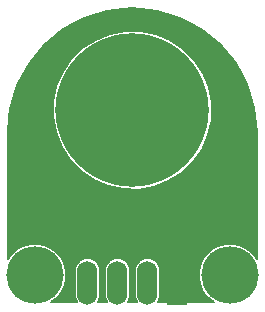
<source format=gbr>
G04 #@! TF.FileFunction,Copper,L2,Bot,Signal*
%FSLAX46Y46*%
G04 Gerber Fmt 4.6, Leading zero omitted, Abs format (unit mm)*
G04 Created by KiCad (PCBNEW 4.0.2+dfsg1-stable) date ons 15 feb 2017 20:38:44 CET*
%MOMM*%
G01*
G04 APERTURE LIST*
%ADD10C,0.100000*%
%ADD11C,4.850000*%
%ADD12R,1.727200X3.700000*%
%ADD13O,1.727200X3.700000*%
%ADD14C,13.000000*%
%ADD15C,0.200000*%
G04 APERTURE END LIST*
D10*
D11*
X2540000Y2540000D03*
D12*
X14605000Y1905000D03*
D13*
X12065000Y1905000D03*
X9525000Y1905000D03*
X6985000Y1905000D03*
D11*
X19050000Y2540000D03*
D14*
X10795000Y16510000D03*
D15*
G36*
X12842969Y24947996D02*
X14812930Y24353229D01*
X16629853Y23387155D01*
X18224523Y22086573D01*
X19536209Y20501015D01*
X20514941Y18690890D01*
X21123448Y16725121D01*
X21339783Y14666816D01*
X21340000Y14604701D01*
X21340000Y3873095D01*
X21109646Y4219806D01*
X20744144Y4587869D01*
X20314113Y4877928D01*
X19835932Y5078937D01*
X19327816Y5183238D01*
X18809117Y5186860D01*
X18299593Y5089663D01*
X17818653Y4895350D01*
X17384614Y4611323D01*
X17014009Y4248400D01*
X16720954Y3820404D01*
X16516612Y3343638D01*
X16408766Y2836262D01*
X16401523Y2317601D01*
X16495161Y1807412D01*
X16686111Y1325126D01*
X16967101Y889115D01*
X17327428Y515985D01*
X17710130Y250000D01*
X12920171Y250000D01*
X12959093Y296386D01*
X13060975Y481709D01*
X13124921Y683291D01*
X13148494Y893455D01*
X13148600Y908584D01*
X13148600Y2901416D01*
X13127963Y3111888D01*
X13066838Y3314344D01*
X12967553Y3501071D01*
X12833891Y3664958D01*
X12670941Y3799761D01*
X12484912Y3900347D01*
X12282888Y3962884D01*
X12072565Y3984990D01*
X11861954Y3965822D01*
X11659076Y3906112D01*
X11471660Y3808134D01*
X11306845Y3675619D01*
X11170907Y3513614D01*
X11069025Y3328291D01*
X11005079Y3126709D01*
X10981506Y2916545D01*
X10981400Y2901416D01*
X10981400Y908584D01*
X11002037Y698112D01*
X11063162Y495656D01*
X11162447Y308929D01*
X11210508Y250000D01*
X10380171Y250000D01*
X10419093Y296386D01*
X10520975Y481709D01*
X10584921Y683291D01*
X10608494Y893455D01*
X10608600Y908584D01*
X10608600Y2901416D01*
X10587963Y3111888D01*
X10526838Y3314344D01*
X10427553Y3501071D01*
X10293891Y3664958D01*
X10130941Y3799761D01*
X9944912Y3900347D01*
X9742888Y3962884D01*
X9532565Y3984990D01*
X9321954Y3965822D01*
X9119076Y3906112D01*
X8931660Y3808134D01*
X8766845Y3675619D01*
X8630907Y3513614D01*
X8529025Y3328291D01*
X8465079Y3126709D01*
X8441506Y2916545D01*
X8441400Y2901416D01*
X8441400Y908584D01*
X8462037Y698112D01*
X8523162Y495656D01*
X8622447Y308929D01*
X8670508Y250000D01*
X7840171Y250000D01*
X7879093Y296386D01*
X7980975Y481709D01*
X8044921Y683291D01*
X8068494Y893455D01*
X8068600Y908584D01*
X8068600Y2901416D01*
X8047963Y3111888D01*
X7986838Y3314344D01*
X7887553Y3501071D01*
X7753891Y3664958D01*
X7590941Y3799761D01*
X7404912Y3900347D01*
X7202888Y3962884D01*
X6992565Y3984990D01*
X6781954Y3965822D01*
X6579076Y3906112D01*
X6391660Y3808134D01*
X6226845Y3675619D01*
X6090907Y3513614D01*
X5989025Y3328291D01*
X5925079Y3126709D01*
X5901506Y2916545D01*
X5901400Y2901416D01*
X5901400Y908584D01*
X5922037Y698112D01*
X5983162Y495656D01*
X6082447Y308929D01*
X6130508Y250000D01*
X3868045Y250000D01*
X4176304Y445627D01*
X4551940Y803340D01*
X4850942Y1227202D01*
X5061921Y1701069D01*
X5176840Y2206890D01*
X5185113Y2799356D01*
X5084362Y3308188D01*
X4886696Y3787761D01*
X4599646Y4219806D01*
X4234144Y4587869D01*
X3804113Y4877928D01*
X3325932Y5078937D01*
X2817816Y5183238D01*
X2299117Y5186860D01*
X1789593Y5089663D01*
X1308653Y4895350D01*
X874614Y4611323D01*
X504009Y4248400D01*
X250000Y3877429D01*
X250000Y14592771D01*
X382583Y15944964D01*
X4066167Y15944964D01*
X4304066Y14648755D01*
X4789203Y13423439D01*
X5503098Y12315690D01*
X6418561Y11367701D01*
X7500720Y10615581D01*
X8708358Y10087977D01*
X9995475Y9804986D01*
X11313046Y9777386D01*
X12610885Y10006230D01*
X13839557Y10482801D01*
X14952263Y11188946D01*
X15906620Y12097768D01*
X16666278Y13174650D01*
X17202300Y14378575D01*
X17494269Y15663685D01*
X17515288Y17168930D01*
X17259314Y18461692D01*
X16757117Y19680114D01*
X16027824Y20777787D01*
X15099215Y21712902D01*
X14006660Y22449840D01*
X12791773Y22960531D01*
X11500830Y23225524D01*
X10183002Y23234724D01*
X8888485Y22987782D01*
X7666587Y22494103D01*
X6563848Y21772491D01*
X5622273Y20850433D01*
X4877726Y19763049D01*
X4358566Y18551757D01*
X4084567Y17262696D01*
X4066167Y15944964D01*
X382583Y15944964D01*
X452004Y16652969D01*
X1046771Y18622930D01*
X2012845Y20439853D01*
X3313427Y22034523D01*
X4898985Y23346209D01*
X6709110Y24324941D01*
X8674879Y24933448D01*
X10733184Y25149783D01*
X10783202Y25149958D01*
X12842969Y24947996D01*
X12842969Y24947996D01*
G37*
X12842969Y24947996D02*
X14812930Y24353229D01*
X16629853Y23387155D01*
X18224523Y22086573D01*
X19536209Y20501015D01*
X20514941Y18690890D01*
X21123448Y16725121D01*
X21339783Y14666816D01*
X21340000Y14604701D01*
X21340000Y3873095D01*
X21109646Y4219806D01*
X20744144Y4587869D01*
X20314113Y4877928D01*
X19835932Y5078937D01*
X19327816Y5183238D01*
X18809117Y5186860D01*
X18299593Y5089663D01*
X17818653Y4895350D01*
X17384614Y4611323D01*
X17014009Y4248400D01*
X16720954Y3820404D01*
X16516612Y3343638D01*
X16408766Y2836262D01*
X16401523Y2317601D01*
X16495161Y1807412D01*
X16686111Y1325126D01*
X16967101Y889115D01*
X17327428Y515985D01*
X17710130Y250000D01*
X12920171Y250000D01*
X12959093Y296386D01*
X13060975Y481709D01*
X13124921Y683291D01*
X13148494Y893455D01*
X13148600Y908584D01*
X13148600Y2901416D01*
X13127963Y3111888D01*
X13066838Y3314344D01*
X12967553Y3501071D01*
X12833891Y3664958D01*
X12670941Y3799761D01*
X12484912Y3900347D01*
X12282888Y3962884D01*
X12072565Y3984990D01*
X11861954Y3965822D01*
X11659076Y3906112D01*
X11471660Y3808134D01*
X11306845Y3675619D01*
X11170907Y3513614D01*
X11069025Y3328291D01*
X11005079Y3126709D01*
X10981506Y2916545D01*
X10981400Y2901416D01*
X10981400Y908584D01*
X11002037Y698112D01*
X11063162Y495656D01*
X11162447Y308929D01*
X11210508Y250000D01*
X10380171Y250000D01*
X10419093Y296386D01*
X10520975Y481709D01*
X10584921Y683291D01*
X10608494Y893455D01*
X10608600Y908584D01*
X10608600Y2901416D01*
X10587963Y3111888D01*
X10526838Y3314344D01*
X10427553Y3501071D01*
X10293891Y3664958D01*
X10130941Y3799761D01*
X9944912Y3900347D01*
X9742888Y3962884D01*
X9532565Y3984990D01*
X9321954Y3965822D01*
X9119076Y3906112D01*
X8931660Y3808134D01*
X8766845Y3675619D01*
X8630907Y3513614D01*
X8529025Y3328291D01*
X8465079Y3126709D01*
X8441506Y2916545D01*
X8441400Y2901416D01*
X8441400Y908584D01*
X8462037Y698112D01*
X8523162Y495656D01*
X8622447Y308929D01*
X8670508Y250000D01*
X7840171Y250000D01*
X7879093Y296386D01*
X7980975Y481709D01*
X8044921Y683291D01*
X8068494Y893455D01*
X8068600Y908584D01*
X8068600Y2901416D01*
X8047963Y3111888D01*
X7986838Y3314344D01*
X7887553Y3501071D01*
X7753891Y3664958D01*
X7590941Y3799761D01*
X7404912Y3900347D01*
X7202888Y3962884D01*
X6992565Y3984990D01*
X6781954Y3965822D01*
X6579076Y3906112D01*
X6391660Y3808134D01*
X6226845Y3675619D01*
X6090907Y3513614D01*
X5989025Y3328291D01*
X5925079Y3126709D01*
X5901506Y2916545D01*
X5901400Y2901416D01*
X5901400Y908584D01*
X5922037Y698112D01*
X5983162Y495656D01*
X6082447Y308929D01*
X6130508Y250000D01*
X3868045Y250000D01*
X4176304Y445627D01*
X4551940Y803340D01*
X4850942Y1227202D01*
X5061921Y1701069D01*
X5176840Y2206890D01*
X5185113Y2799356D01*
X5084362Y3308188D01*
X4886696Y3787761D01*
X4599646Y4219806D01*
X4234144Y4587869D01*
X3804113Y4877928D01*
X3325932Y5078937D01*
X2817816Y5183238D01*
X2299117Y5186860D01*
X1789593Y5089663D01*
X1308653Y4895350D01*
X874614Y4611323D01*
X504009Y4248400D01*
X250000Y3877429D01*
X250000Y14592771D01*
X382583Y15944964D01*
X4066167Y15944964D01*
X4304066Y14648755D01*
X4789203Y13423439D01*
X5503098Y12315690D01*
X6418561Y11367701D01*
X7500720Y10615581D01*
X8708358Y10087977D01*
X9995475Y9804986D01*
X11313046Y9777386D01*
X12610885Y10006230D01*
X13839557Y10482801D01*
X14952263Y11188946D01*
X15906620Y12097768D01*
X16666278Y13174650D01*
X17202300Y14378575D01*
X17494269Y15663685D01*
X17515288Y17168930D01*
X17259314Y18461692D01*
X16757117Y19680114D01*
X16027824Y20777787D01*
X15099215Y21712902D01*
X14006660Y22449840D01*
X12791773Y22960531D01*
X11500830Y23225524D01*
X10183002Y23234724D01*
X8888485Y22987782D01*
X7666587Y22494103D01*
X6563848Y21772491D01*
X5622273Y20850433D01*
X4877726Y19763049D01*
X4358566Y18551757D01*
X4084567Y17262696D01*
X4066167Y15944964D01*
X382583Y15944964D01*
X452004Y16652969D01*
X1046771Y18622930D01*
X2012845Y20439853D01*
X3313427Y22034523D01*
X4898985Y23346209D01*
X6709110Y24324941D01*
X8674879Y24933448D01*
X10733184Y25149783D01*
X10783202Y25149958D01*
X12842969Y24947996D01*
M02*

</source>
